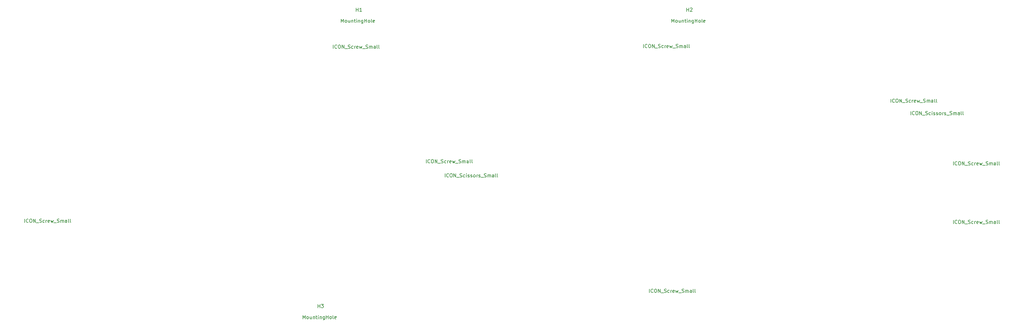
<source format=gbr>
G04 #@! TF.GenerationSoftware,KiCad,Pcbnew,(5.1.10-1-10_14)*
G04 #@! TF.CreationDate,2021-12-13T21:26:31+09:00*
G04 #@! TF.ProjectId,nora,6e6f7261-2e6b-4696-9361-645f70636258,DN:0020*
G04 #@! TF.SameCoordinates,Original*
G04 #@! TF.FileFunction,Other,Fab,Top*
%FSLAX46Y46*%
G04 Gerber Fmt 4.6, Leading zero omitted, Abs format (unit mm)*
G04 Created by KiCad (PCBNEW (5.1.10-1-10_14)) date 2021-12-13 21:26:31*
%MOMM*%
%LPD*%
G01*
G04 APERTURE LIST*
%ADD10C,0.150000*%
G04 APERTURE END LIST*
D10*
X199809433Y-37752900D02*
X199809433Y-36752900D01*
X200857052Y-37657662D02*
X200809433Y-37705281D01*
X200666576Y-37752900D01*
X200571338Y-37752900D01*
X200428481Y-37705281D01*
X200333243Y-37610043D01*
X200285624Y-37514805D01*
X200238005Y-37324329D01*
X200238005Y-37181472D01*
X200285624Y-36990996D01*
X200333243Y-36895758D01*
X200428481Y-36800520D01*
X200571338Y-36752900D01*
X200666576Y-36752900D01*
X200809433Y-36800520D01*
X200857052Y-36848139D01*
X201476100Y-36752900D02*
X201666576Y-36752900D01*
X201761814Y-36800520D01*
X201857052Y-36895758D01*
X201904672Y-37086234D01*
X201904672Y-37419567D01*
X201857052Y-37610043D01*
X201761814Y-37705281D01*
X201666576Y-37752900D01*
X201476100Y-37752900D01*
X201380862Y-37705281D01*
X201285624Y-37610043D01*
X201238005Y-37419567D01*
X201238005Y-37086234D01*
X201285624Y-36895758D01*
X201380862Y-36800520D01*
X201476100Y-36752900D01*
X202333243Y-37752900D02*
X202333243Y-36752900D01*
X202904672Y-37752900D01*
X202904672Y-36752900D01*
X203142767Y-37848139D02*
X203904672Y-37848139D01*
X204095148Y-37705281D02*
X204238005Y-37752900D01*
X204476100Y-37752900D01*
X204571338Y-37705281D01*
X204618957Y-37657662D01*
X204666576Y-37562424D01*
X204666576Y-37467186D01*
X204618957Y-37371948D01*
X204571338Y-37324329D01*
X204476100Y-37276710D01*
X204285624Y-37229091D01*
X204190386Y-37181472D01*
X204142767Y-37133853D01*
X204095148Y-37038615D01*
X204095148Y-36943377D01*
X204142767Y-36848139D01*
X204190386Y-36800520D01*
X204285624Y-36752900D01*
X204523719Y-36752900D01*
X204666576Y-36800520D01*
X205523719Y-37705281D02*
X205428481Y-37752900D01*
X205238005Y-37752900D01*
X205142767Y-37705281D01*
X205095148Y-37657662D01*
X205047529Y-37562424D01*
X205047529Y-37276710D01*
X205095148Y-37181472D01*
X205142767Y-37133853D01*
X205238005Y-37086234D01*
X205428481Y-37086234D01*
X205523719Y-37133853D01*
X205952291Y-37752900D02*
X205952291Y-37086234D01*
X205952291Y-37276710D02*
X205999910Y-37181472D01*
X206047529Y-37133853D01*
X206142767Y-37086234D01*
X206238005Y-37086234D01*
X206952291Y-37705281D02*
X206857052Y-37752900D01*
X206666576Y-37752900D01*
X206571338Y-37705281D01*
X206523719Y-37610043D01*
X206523719Y-37229091D01*
X206571338Y-37133853D01*
X206666576Y-37086234D01*
X206857052Y-37086234D01*
X206952291Y-37133853D01*
X206999910Y-37229091D01*
X206999910Y-37324329D01*
X206523719Y-37419567D01*
X207333243Y-37086234D02*
X207523719Y-37752900D01*
X207714195Y-37276710D01*
X207904672Y-37752900D01*
X208095148Y-37086234D01*
X208238005Y-37848139D02*
X208999910Y-37848139D01*
X209190386Y-37705281D02*
X209333243Y-37752900D01*
X209571338Y-37752900D01*
X209666576Y-37705281D01*
X209714195Y-37657662D01*
X209761814Y-37562424D01*
X209761814Y-37467186D01*
X209714195Y-37371948D01*
X209666576Y-37324329D01*
X209571338Y-37276710D01*
X209380862Y-37229091D01*
X209285624Y-37181472D01*
X209238005Y-37133853D01*
X209190386Y-37038615D01*
X209190386Y-36943377D01*
X209238005Y-36848139D01*
X209285624Y-36800520D01*
X209380862Y-36752900D01*
X209618957Y-36752900D01*
X209761814Y-36800520D01*
X210190386Y-37752900D02*
X210190386Y-37086234D01*
X210190386Y-37181472D02*
X210238005Y-37133853D01*
X210333243Y-37086234D01*
X210476100Y-37086234D01*
X210571338Y-37133853D01*
X210618957Y-37229091D01*
X210618957Y-37752900D01*
X210618957Y-37229091D02*
X210666576Y-37133853D01*
X210761814Y-37086234D01*
X210904672Y-37086234D01*
X210999910Y-37133853D01*
X211047529Y-37229091D01*
X211047529Y-37752900D01*
X211952291Y-37752900D02*
X211952291Y-37229091D01*
X211904672Y-37133853D01*
X211809433Y-37086234D01*
X211618957Y-37086234D01*
X211523719Y-37133853D01*
X211952291Y-37705281D02*
X211857052Y-37752900D01*
X211618957Y-37752900D01*
X211523719Y-37705281D01*
X211476100Y-37610043D01*
X211476100Y-37514805D01*
X211523719Y-37419567D01*
X211618957Y-37371948D01*
X211857052Y-37371948D01*
X211952291Y-37324329D01*
X212571338Y-37752900D02*
X212476100Y-37705281D01*
X212428481Y-37610043D01*
X212428481Y-36752900D01*
X213095148Y-37752900D02*
X212999910Y-37705281D01*
X212952291Y-37610043D01*
X212952291Y-36752900D01*
X110409433Y-37952900D02*
X110409433Y-36952900D01*
X111457052Y-37857662D02*
X111409433Y-37905281D01*
X111266576Y-37952900D01*
X111171338Y-37952900D01*
X111028481Y-37905281D01*
X110933243Y-37810043D01*
X110885624Y-37714805D01*
X110838005Y-37524329D01*
X110838005Y-37381472D01*
X110885624Y-37190996D01*
X110933243Y-37095758D01*
X111028481Y-37000520D01*
X111171338Y-36952900D01*
X111266576Y-36952900D01*
X111409433Y-37000520D01*
X111457052Y-37048139D01*
X112076100Y-36952900D02*
X112266576Y-36952900D01*
X112361814Y-37000520D01*
X112457052Y-37095758D01*
X112504672Y-37286234D01*
X112504672Y-37619567D01*
X112457052Y-37810043D01*
X112361814Y-37905281D01*
X112266576Y-37952900D01*
X112076100Y-37952900D01*
X111980862Y-37905281D01*
X111885624Y-37810043D01*
X111838005Y-37619567D01*
X111838005Y-37286234D01*
X111885624Y-37095758D01*
X111980862Y-37000520D01*
X112076100Y-36952900D01*
X112933243Y-37952900D02*
X112933243Y-36952900D01*
X113504672Y-37952900D01*
X113504672Y-36952900D01*
X113742767Y-38048139D02*
X114504672Y-38048139D01*
X114695148Y-37905281D02*
X114838005Y-37952900D01*
X115076100Y-37952900D01*
X115171338Y-37905281D01*
X115218957Y-37857662D01*
X115266576Y-37762424D01*
X115266576Y-37667186D01*
X115218957Y-37571948D01*
X115171338Y-37524329D01*
X115076100Y-37476710D01*
X114885624Y-37429091D01*
X114790386Y-37381472D01*
X114742767Y-37333853D01*
X114695148Y-37238615D01*
X114695148Y-37143377D01*
X114742767Y-37048139D01*
X114790386Y-37000520D01*
X114885624Y-36952900D01*
X115123719Y-36952900D01*
X115266576Y-37000520D01*
X116123719Y-37905281D02*
X116028481Y-37952900D01*
X115838005Y-37952900D01*
X115742767Y-37905281D01*
X115695148Y-37857662D01*
X115647529Y-37762424D01*
X115647529Y-37476710D01*
X115695148Y-37381472D01*
X115742767Y-37333853D01*
X115838005Y-37286234D01*
X116028481Y-37286234D01*
X116123719Y-37333853D01*
X116552291Y-37952900D02*
X116552291Y-37286234D01*
X116552291Y-37476710D02*
X116599910Y-37381472D01*
X116647529Y-37333853D01*
X116742767Y-37286234D01*
X116838005Y-37286234D01*
X117552291Y-37905281D02*
X117457052Y-37952900D01*
X117266576Y-37952900D01*
X117171338Y-37905281D01*
X117123719Y-37810043D01*
X117123719Y-37429091D01*
X117171338Y-37333853D01*
X117266576Y-37286234D01*
X117457052Y-37286234D01*
X117552291Y-37333853D01*
X117599910Y-37429091D01*
X117599910Y-37524329D01*
X117123719Y-37619567D01*
X117933243Y-37286234D02*
X118123719Y-37952900D01*
X118314195Y-37476710D01*
X118504672Y-37952900D01*
X118695148Y-37286234D01*
X118838005Y-38048139D02*
X119599910Y-38048139D01*
X119790386Y-37905281D02*
X119933243Y-37952900D01*
X120171338Y-37952900D01*
X120266576Y-37905281D01*
X120314195Y-37857662D01*
X120361814Y-37762424D01*
X120361814Y-37667186D01*
X120314195Y-37571948D01*
X120266576Y-37524329D01*
X120171338Y-37476710D01*
X119980862Y-37429091D01*
X119885624Y-37381472D01*
X119838005Y-37333853D01*
X119790386Y-37238615D01*
X119790386Y-37143377D01*
X119838005Y-37048139D01*
X119885624Y-37000520D01*
X119980862Y-36952900D01*
X120218957Y-36952900D01*
X120361814Y-37000520D01*
X120790386Y-37952900D02*
X120790386Y-37286234D01*
X120790386Y-37381472D02*
X120838005Y-37333853D01*
X120933243Y-37286234D01*
X121076100Y-37286234D01*
X121171338Y-37333853D01*
X121218957Y-37429091D01*
X121218957Y-37952900D01*
X121218957Y-37429091D02*
X121266576Y-37333853D01*
X121361814Y-37286234D01*
X121504672Y-37286234D01*
X121599910Y-37333853D01*
X121647529Y-37429091D01*
X121647529Y-37952900D01*
X122552291Y-37952900D02*
X122552291Y-37429091D01*
X122504672Y-37333853D01*
X122409433Y-37286234D01*
X122218957Y-37286234D01*
X122123719Y-37333853D01*
X122552291Y-37905281D02*
X122457052Y-37952900D01*
X122218957Y-37952900D01*
X122123719Y-37905281D01*
X122076100Y-37810043D01*
X122076100Y-37714805D01*
X122123719Y-37619567D01*
X122218957Y-37571948D01*
X122457052Y-37571948D01*
X122552291Y-37524329D01*
X123171338Y-37952900D02*
X123076100Y-37905281D01*
X123028481Y-37810043D01*
X123028481Y-36952900D01*
X123695148Y-37952900D02*
X123599910Y-37905281D01*
X123552291Y-37810043D01*
X123552291Y-36952900D01*
X201509433Y-108452900D02*
X201509433Y-107452900D01*
X202557052Y-108357662D02*
X202509433Y-108405281D01*
X202366576Y-108452900D01*
X202271338Y-108452900D01*
X202128481Y-108405281D01*
X202033243Y-108310043D01*
X201985624Y-108214805D01*
X201938005Y-108024329D01*
X201938005Y-107881472D01*
X201985624Y-107690996D01*
X202033243Y-107595758D01*
X202128481Y-107500520D01*
X202271338Y-107452900D01*
X202366576Y-107452900D01*
X202509433Y-107500520D01*
X202557052Y-107548139D01*
X203176100Y-107452900D02*
X203366576Y-107452900D01*
X203461814Y-107500520D01*
X203557052Y-107595758D01*
X203604672Y-107786234D01*
X203604672Y-108119567D01*
X203557052Y-108310043D01*
X203461814Y-108405281D01*
X203366576Y-108452900D01*
X203176100Y-108452900D01*
X203080862Y-108405281D01*
X202985624Y-108310043D01*
X202938005Y-108119567D01*
X202938005Y-107786234D01*
X202985624Y-107595758D01*
X203080862Y-107500520D01*
X203176100Y-107452900D01*
X204033243Y-108452900D02*
X204033243Y-107452900D01*
X204604672Y-108452900D01*
X204604672Y-107452900D01*
X204842767Y-108548139D02*
X205604672Y-108548139D01*
X205795148Y-108405281D02*
X205938005Y-108452900D01*
X206176100Y-108452900D01*
X206271338Y-108405281D01*
X206318957Y-108357662D01*
X206366576Y-108262424D01*
X206366576Y-108167186D01*
X206318957Y-108071948D01*
X206271338Y-108024329D01*
X206176100Y-107976710D01*
X205985624Y-107929091D01*
X205890386Y-107881472D01*
X205842767Y-107833853D01*
X205795148Y-107738615D01*
X205795148Y-107643377D01*
X205842767Y-107548139D01*
X205890386Y-107500520D01*
X205985624Y-107452900D01*
X206223719Y-107452900D01*
X206366576Y-107500520D01*
X207223719Y-108405281D02*
X207128481Y-108452900D01*
X206938005Y-108452900D01*
X206842767Y-108405281D01*
X206795148Y-108357662D01*
X206747529Y-108262424D01*
X206747529Y-107976710D01*
X206795148Y-107881472D01*
X206842767Y-107833853D01*
X206938005Y-107786234D01*
X207128481Y-107786234D01*
X207223719Y-107833853D01*
X207652291Y-108452900D02*
X207652291Y-107786234D01*
X207652291Y-107976710D02*
X207699910Y-107881472D01*
X207747529Y-107833853D01*
X207842767Y-107786234D01*
X207938005Y-107786234D01*
X208652291Y-108405281D02*
X208557052Y-108452900D01*
X208366576Y-108452900D01*
X208271338Y-108405281D01*
X208223719Y-108310043D01*
X208223719Y-107929091D01*
X208271338Y-107833853D01*
X208366576Y-107786234D01*
X208557052Y-107786234D01*
X208652291Y-107833853D01*
X208699910Y-107929091D01*
X208699910Y-108024329D01*
X208223719Y-108119567D01*
X209033243Y-107786234D02*
X209223719Y-108452900D01*
X209414195Y-107976710D01*
X209604672Y-108452900D01*
X209795148Y-107786234D01*
X209938005Y-108548139D02*
X210699910Y-108548139D01*
X210890386Y-108405281D02*
X211033243Y-108452900D01*
X211271338Y-108452900D01*
X211366576Y-108405281D01*
X211414195Y-108357662D01*
X211461814Y-108262424D01*
X211461814Y-108167186D01*
X211414195Y-108071948D01*
X211366576Y-108024329D01*
X211271338Y-107976710D01*
X211080862Y-107929091D01*
X210985624Y-107881472D01*
X210938005Y-107833853D01*
X210890386Y-107738615D01*
X210890386Y-107643377D01*
X210938005Y-107548139D01*
X210985624Y-107500520D01*
X211080862Y-107452900D01*
X211318957Y-107452900D01*
X211461814Y-107500520D01*
X211890386Y-108452900D02*
X211890386Y-107786234D01*
X211890386Y-107881472D02*
X211938005Y-107833853D01*
X212033243Y-107786234D01*
X212176100Y-107786234D01*
X212271338Y-107833853D01*
X212318957Y-107929091D01*
X212318957Y-108452900D01*
X212318957Y-107929091D02*
X212366576Y-107833853D01*
X212461814Y-107786234D01*
X212604672Y-107786234D01*
X212699910Y-107833853D01*
X212747529Y-107929091D01*
X212747529Y-108452900D01*
X213652291Y-108452900D02*
X213652291Y-107929091D01*
X213604672Y-107833853D01*
X213509433Y-107786234D01*
X213318957Y-107786234D01*
X213223719Y-107833853D01*
X213652291Y-108405281D02*
X213557052Y-108452900D01*
X213318957Y-108452900D01*
X213223719Y-108405281D01*
X213176100Y-108310043D01*
X213176100Y-108214805D01*
X213223719Y-108119567D01*
X213318957Y-108071948D01*
X213557052Y-108071948D01*
X213652291Y-108024329D01*
X214271338Y-108452900D02*
X214176100Y-108405281D01*
X214128481Y-108310043D01*
X214128481Y-107452900D01*
X214795148Y-108452900D02*
X214699910Y-108405281D01*
X214652291Y-108310043D01*
X214652291Y-107452900D01*
X289109433Y-88552900D02*
X289109433Y-87552900D01*
X290157052Y-88457662D02*
X290109433Y-88505281D01*
X289966576Y-88552900D01*
X289871338Y-88552900D01*
X289728481Y-88505281D01*
X289633243Y-88410043D01*
X289585624Y-88314805D01*
X289538005Y-88124329D01*
X289538005Y-87981472D01*
X289585624Y-87790996D01*
X289633243Y-87695758D01*
X289728481Y-87600520D01*
X289871338Y-87552900D01*
X289966576Y-87552900D01*
X290109433Y-87600520D01*
X290157052Y-87648139D01*
X290776100Y-87552900D02*
X290966576Y-87552900D01*
X291061814Y-87600520D01*
X291157052Y-87695758D01*
X291204672Y-87886234D01*
X291204672Y-88219567D01*
X291157052Y-88410043D01*
X291061814Y-88505281D01*
X290966576Y-88552900D01*
X290776100Y-88552900D01*
X290680862Y-88505281D01*
X290585624Y-88410043D01*
X290538005Y-88219567D01*
X290538005Y-87886234D01*
X290585624Y-87695758D01*
X290680862Y-87600520D01*
X290776100Y-87552900D01*
X291633243Y-88552900D02*
X291633243Y-87552900D01*
X292204672Y-88552900D01*
X292204672Y-87552900D01*
X292442767Y-88648139D02*
X293204672Y-88648139D01*
X293395148Y-88505281D02*
X293538005Y-88552900D01*
X293776100Y-88552900D01*
X293871338Y-88505281D01*
X293918957Y-88457662D01*
X293966576Y-88362424D01*
X293966576Y-88267186D01*
X293918957Y-88171948D01*
X293871338Y-88124329D01*
X293776100Y-88076710D01*
X293585624Y-88029091D01*
X293490386Y-87981472D01*
X293442767Y-87933853D01*
X293395148Y-87838615D01*
X293395148Y-87743377D01*
X293442767Y-87648139D01*
X293490386Y-87600520D01*
X293585624Y-87552900D01*
X293823719Y-87552900D01*
X293966576Y-87600520D01*
X294823719Y-88505281D02*
X294728481Y-88552900D01*
X294538005Y-88552900D01*
X294442767Y-88505281D01*
X294395148Y-88457662D01*
X294347529Y-88362424D01*
X294347529Y-88076710D01*
X294395148Y-87981472D01*
X294442767Y-87933853D01*
X294538005Y-87886234D01*
X294728481Y-87886234D01*
X294823719Y-87933853D01*
X295252291Y-88552900D02*
X295252291Y-87886234D01*
X295252291Y-88076710D02*
X295299910Y-87981472D01*
X295347529Y-87933853D01*
X295442767Y-87886234D01*
X295538005Y-87886234D01*
X296252291Y-88505281D02*
X296157052Y-88552900D01*
X295966576Y-88552900D01*
X295871338Y-88505281D01*
X295823719Y-88410043D01*
X295823719Y-88029091D01*
X295871338Y-87933853D01*
X295966576Y-87886234D01*
X296157052Y-87886234D01*
X296252291Y-87933853D01*
X296299910Y-88029091D01*
X296299910Y-88124329D01*
X295823719Y-88219567D01*
X296633243Y-87886234D02*
X296823719Y-88552900D01*
X297014195Y-88076710D01*
X297204672Y-88552900D01*
X297395148Y-87886234D01*
X297538005Y-88648139D02*
X298299910Y-88648139D01*
X298490386Y-88505281D02*
X298633243Y-88552900D01*
X298871338Y-88552900D01*
X298966576Y-88505281D01*
X299014195Y-88457662D01*
X299061814Y-88362424D01*
X299061814Y-88267186D01*
X299014195Y-88171948D01*
X298966576Y-88124329D01*
X298871338Y-88076710D01*
X298680862Y-88029091D01*
X298585624Y-87981472D01*
X298538005Y-87933853D01*
X298490386Y-87838615D01*
X298490386Y-87743377D01*
X298538005Y-87648139D01*
X298585624Y-87600520D01*
X298680862Y-87552900D01*
X298918957Y-87552900D01*
X299061814Y-87600520D01*
X299490386Y-88552900D02*
X299490386Y-87886234D01*
X299490386Y-87981472D02*
X299538005Y-87933853D01*
X299633243Y-87886234D01*
X299776100Y-87886234D01*
X299871338Y-87933853D01*
X299918957Y-88029091D01*
X299918957Y-88552900D01*
X299918957Y-88029091D02*
X299966576Y-87933853D01*
X300061814Y-87886234D01*
X300204672Y-87886234D01*
X300299910Y-87933853D01*
X300347529Y-88029091D01*
X300347529Y-88552900D01*
X301252291Y-88552900D02*
X301252291Y-88029091D01*
X301204672Y-87933853D01*
X301109433Y-87886234D01*
X300918957Y-87886234D01*
X300823719Y-87933853D01*
X301252291Y-88505281D02*
X301157052Y-88552900D01*
X300918957Y-88552900D01*
X300823719Y-88505281D01*
X300776100Y-88410043D01*
X300776100Y-88314805D01*
X300823719Y-88219567D01*
X300918957Y-88171948D01*
X301157052Y-88171948D01*
X301252291Y-88124329D01*
X301871338Y-88552900D02*
X301776100Y-88505281D01*
X301728481Y-88410043D01*
X301728481Y-87552900D01*
X302395148Y-88552900D02*
X302299910Y-88505281D01*
X302252291Y-88410043D01*
X302252291Y-87552900D01*
X289109433Y-71652900D02*
X289109433Y-70652900D01*
X290157052Y-71557662D02*
X290109433Y-71605281D01*
X289966576Y-71652900D01*
X289871338Y-71652900D01*
X289728481Y-71605281D01*
X289633243Y-71510043D01*
X289585624Y-71414805D01*
X289538005Y-71224329D01*
X289538005Y-71081472D01*
X289585624Y-70890996D01*
X289633243Y-70795758D01*
X289728481Y-70700520D01*
X289871338Y-70652900D01*
X289966576Y-70652900D01*
X290109433Y-70700520D01*
X290157052Y-70748139D01*
X290776100Y-70652900D02*
X290966576Y-70652900D01*
X291061814Y-70700520D01*
X291157052Y-70795758D01*
X291204672Y-70986234D01*
X291204672Y-71319567D01*
X291157052Y-71510043D01*
X291061814Y-71605281D01*
X290966576Y-71652900D01*
X290776100Y-71652900D01*
X290680862Y-71605281D01*
X290585624Y-71510043D01*
X290538005Y-71319567D01*
X290538005Y-70986234D01*
X290585624Y-70795758D01*
X290680862Y-70700520D01*
X290776100Y-70652900D01*
X291633243Y-71652900D02*
X291633243Y-70652900D01*
X292204672Y-71652900D01*
X292204672Y-70652900D01*
X292442767Y-71748139D02*
X293204672Y-71748139D01*
X293395148Y-71605281D02*
X293538005Y-71652900D01*
X293776100Y-71652900D01*
X293871338Y-71605281D01*
X293918957Y-71557662D01*
X293966576Y-71462424D01*
X293966576Y-71367186D01*
X293918957Y-71271948D01*
X293871338Y-71224329D01*
X293776100Y-71176710D01*
X293585624Y-71129091D01*
X293490386Y-71081472D01*
X293442767Y-71033853D01*
X293395148Y-70938615D01*
X293395148Y-70843377D01*
X293442767Y-70748139D01*
X293490386Y-70700520D01*
X293585624Y-70652900D01*
X293823719Y-70652900D01*
X293966576Y-70700520D01*
X294823719Y-71605281D02*
X294728481Y-71652900D01*
X294538005Y-71652900D01*
X294442767Y-71605281D01*
X294395148Y-71557662D01*
X294347529Y-71462424D01*
X294347529Y-71176710D01*
X294395148Y-71081472D01*
X294442767Y-71033853D01*
X294538005Y-70986234D01*
X294728481Y-70986234D01*
X294823719Y-71033853D01*
X295252291Y-71652900D02*
X295252291Y-70986234D01*
X295252291Y-71176710D02*
X295299910Y-71081472D01*
X295347529Y-71033853D01*
X295442767Y-70986234D01*
X295538005Y-70986234D01*
X296252291Y-71605281D02*
X296157052Y-71652900D01*
X295966576Y-71652900D01*
X295871338Y-71605281D01*
X295823719Y-71510043D01*
X295823719Y-71129091D01*
X295871338Y-71033853D01*
X295966576Y-70986234D01*
X296157052Y-70986234D01*
X296252291Y-71033853D01*
X296299910Y-71129091D01*
X296299910Y-71224329D01*
X295823719Y-71319567D01*
X296633243Y-70986234D02*
X296823719Y-71652900D01*
X297014195Y-71176710D01*
X297204672Y-71652900D01*
X297395148Y-70986234D01*
X297538005Y-71748139D02*
X298299910Y-71748139D01*
X298490386Y-71605281D02*
X298633243Y-71652900D01*
X298871338Y-71652900D01*
X298966576Y-71605281D01*
X299014195Y-71557662D01*
X299061814Y-71462424D01*
X299061814Y-71367186D01*
X299014195Y-71271948D01*
X298966576Y-71224329D01*
X298871338Y-71176710D01*
X298680862Y-71129091D01*
X298585624Y-71081472D01*
X298538005Y-71033853D01*
X298490386Y-70938615D01*
X298490386Y-70843377D01*
X298538005Y-70748139D01*
X298585624Y-70700520D01*
X298680862Y-70652900D01*
X298918957Y-70652900D01*
X299061814Y-70700520D01*
X299490386Y-71652900D02*
X299490386Y-70986234D01*
X299490386Y-71081472D02*
X299538005Y-71033853D01*
X299633243Y-70986234D01*
X299776100Y-70986234D01*
X299871338Y-71033853D01*
X299918957Y-71129091D01*
X299918957Y-71652900D01*
X299918957Y-71129091D02*
X299966576Y-71033853D01*
X300061814Y-70986234D01*
X300204672Y-70986234D01*
X300299910Y-71033853D01*
X300347529Y-71129091D01*
X300347529Y-71652900D01*
X301252291Y-71652900D02*
X301252291Y-71129091D01*
X301204672Y-71033853D01*
X301109433Y-70986234D01*
X300918957Y-70986234D01*
X300823719Y-71033853D01*
X301252291Y-71605281D02*
X301157052Y-71652900D01*
X300918957Y-71652900D01*
X300823719Y-71605281D01*
X300776100Y-71510043D01*
X300776100Y-71414805D01*
X300823719Y-71319567D01*
X300918957Y-71271948D01*
X301157052Y-71271948D01*
X301252291Y-71224329D01*
X301871338Y-71652900D02*
X301776100Y-71605281D01*
X301728481Y-71510043D01*
X301728481Y-70652900D01*
X302395148Y-71652900D02*
X302299910Y-71605281D01*
X302252291Y-71510043D01*
X302252291Y-70652900D01*
X271084433Y-53552900D02*
X271084433Y-52552900D01*
X272132052Y-53457662D02*
X272084433Y-53505281D01*
X271941576Y-53552900D01*
X271846338Y-53552900D01*
X271703481Y-53505281D01*
X271608243Y-53410043D01*
X271560624Y-53314805D01*
X271513005Y-53124329D01*
X271513005Y-52981472D01*
X271560624Y-52790996D01*
X271608243Y-52695758D01*
X271703481Y-52600520D01*
X271846338Y-52552900D01*
X271941576Y-52552900D01*
X272084433Y-52600520D01*
X272132052Y-52648139D01*
X272751100Y-52552900D02*
X272941576Y-52552900D01*
X273036814Y-52600520D01*
X273132052Y-52695758D01*
X273179672Y-52886234D01*
X273179672Y-53219567D01*
X273132052Y-53410043D01*
X273036814Y-53505281D01*
X272941576Y-53552900D01*
X272751100Y-53552900D01*
X272655862Y-53505281D01*
X272560624Y-53410043D01*
X272513005Y-53219567D01*
X272513005Y-52886234D01*
X272560624Y-52695758D01*
X272655862Y-52600520D01*
X272751100Y-52552900D01*
X273608243Y-53552900D02*
X273608243Y-52552900D01*
X274179672Y-53552900D01*
X274179672Y-52552900D01*
X274417767Y-53648139D02*
X275179672Y-53648139D01*
X275370148Y-53505281D02*
X275513005Y-53552900D01*
X275751100Y-53552900D01*
X275846338Y-53505281D01*
X275893957Y-53457662D01*
X275941576Y-53362424D01*
X275941576Y-53267186D01*
X275893957Y-53171948D01*
X275846338Y-53124329D01*
X275751100Y-53076710D01*
X275560624Y-53029091D01*
X275465386Y-52981472D01*
X275417767Y-52933853D01*
X275370148Y-52838615D01*
X275370148Y-52743377D01*
X275417767Y-52648139D01*
X275465386Y-52600520D01*
X275560624Y-52552900D01*
X275798719Y-52552900D01*
X275941576Y-52600520D01*
X276798719Y-53505281D02*
X276703481Y-53552900D01*
X276513005Y-53552900D01*
X276417767Y-53505281D01*
X276370148Y-53457662D01*
X276322529Y-53362424D01*
X276322529Y-53076710D01*
X276370148Y-52981472D01*
X276417767Y-52933853D01*
X276513005Y-52886234D01*
X276703481Y-52886234D01*
X276798719Y-52933853D01*
X277227291Y-53552900D02*
X277227291Y-52886234D01*
X277227291Y-53076710D02*
X277274910Y-52981472D01*
X277322529Y-52933853D01*
X277417767Y-52886234D01*
X277513005Y-52886234D01*
X278227291Y-53505281D02*
X278132052Y-53552900D01*
X277941576Y-53552900D01*
X277846338Y-53505281D01*
X277798719Y-53410043D01*
X277798719Y-53029091D01*
X277846338Y-52933853D01*
X277941576Y-52886234D01*
X278132052Y-52886234D01*
X278227291Y-52933853D01*
X278274910Y-53029091D01*
X278274910Y-53124329D01*
X277798719Y-53219567D01*
X278608243Y-52886234D02*
X278798719Y-53552900D01*
X278989195Y-53076710D01*
X279179672Y-53552900D01*
X279370148Y-52886234D01*
X279513005Y-53648139D02*
X280274910Y-53648139D01*
X280465386Y-53505281D02*
X280608243Y-53552900D01*
X280846338Y-53552900D01*
X280941576Y-53505281D01*
X280989195Y-53457662D01*
X281036814Y-53362424D01*
X281036814Y-53267186D01*
X280989195Y-53171948D01*
X280941576Y-53124329D01*
X280846338Y-53076710D01*
X280655862Y-53029091D01*
X280560624Y-52981472D01*
X280513005Y-52933853D01*
X280465386Y-52838615D01*
X280465386Y-52743377D01*
X280513005Y-52648139D01*
X280560624Y-52600520D01*
X280655862Y-52552900D01*
X280893957Y-52552900D01*
X281036814Y-52600520D01*
X281465386Y-53552900D02*
X281465386Y-52886234D01*
X281465386Y-52981472D02*
X281513005Y-52933853D01*
X281608243Y-52886234D01*
X281751100Y-52886234D01*
X281846338Y-52933853D01*
X281893957Y-53029091D01*
X281893957Y-53552900D01*
X281893957Y-53029091D02*
X281941576Y-52933853D01*
X282036814Y-52886234D01*
X282179672Y-52886234D01*
X282274910Y-52933853D01*
X282322529Y-53029091D01*
X282322529Y-53552900D01*
X283227291Y-53552900D02*
X283227291Y-53029091D01*
X283179672Y-52933853D01*
X283084433Y-52886234D01*
X282893957Y-52886234D01*
X282798719Y-52933853D01*
X283227291Y-53505281D02*
X283132052Y-53552900D01*
X282893957Y-53552900D01*
X282798719Y-53505281D01*
X282751100Y-53410043D01*
X282751100Y-53314805D01*
X282798719Y-53219567D01*
X282893957Y-53171948D01*
X283132052Y-53171948D01*
X283227291Y-53124329D01*
X283846338Y-53552900D02*
X283751100Y-53505281D01*
X283703481Y-53410043D01*
X283703481Y-52552900D01*
X284370148Y-53552900D02*
X284274910Y-53505281D01*
X284227291Y-53410043D01*
X284227291Y-52552900D01*
X137209433Y-71052900D02*
X137209433Y-70052900D01*
X138257052Y-70957662D02*
X138209433Y-71005281D01*
X138066576Y-71052900D01*
X137971338Y-71052900D01*
X137828481Y-71005281D01*
X137733243Y-70910043D01*
X137685624Y-70814805D01*
X137638005Y-70624329D01*
X137638005Y-70481472D01*
X137685624Y-70290996D01*
X137733243Y-70195758D01*
X137828481Y-70100520D01*
X137971338Y-70052900D01*
X138066576Y-70052900D01*
X138209433Y-70100520D01*
X138257052Y-70148139D01*
X138876100Y-70052900D02*
X139066576Y-70052900D01*
X139161814Y-70100520D01*
X139257052Y-70195758D01*
X139304672Y-70386234D01*
X139304672Y-70719567D01*
X139257052Y-70910043D01*
X139161814Y-71005281D01*
X139066576Y-71052900D01*
X138876100Y-71052900D01*
X138780862Y-71005281D01*
X138685624Y-70910043D01*
X138638005Y-70719567D01*
X138638005Y-70386234D01*
X138685624Y-70195758D01*
X138780862Y-70100520D01*
X138876100Y-70052900D01*
X139733243Y-71052900D02*
X139733243Y-70052900D01*
X140304672Y-71052900D01*
X140304672Y-70052900D01*
X140542767Y-71148139D02*
X141304672Y-71148139D01*
X141495148Y-71005281D02*
X141638005Y-71052900D01*
X141876100Y-71052900D01*
X141971338Y-71005281D01*
X142018957Y-70957662D01*
X142066576Y-70862424D01*
X142066576Y-70767186D01*
X142018957Y-70671948D01*
X141971338Y-70624329D01*
X141876100Y-70576710D01*
X141685624Y-70529091D01*
X141590386Y-70481472D01*
X141542767Y-70433853D01*
X141495148Y-70338615D01*
X141495148Y-70243377D01*
X141542767Y-70148139D01*
X141590386Y-70100520D01*
X141685624Y-70052900D01*
X141923719Y-70052900D01*
X142066576Y-70100520D01*
X142923719Y-71005281D02*
X142828481Y-71052900D01*
X142638005Y-71052900D01*
X142542767Y-71005281D01*
X142495148Y-70957662D01*
X142447529Y-70862424D01*
X142447529Y-70576710D01*
X142495148Y-70481472D01*
X142542767Y-70433853D01*
X142638005Y-70386234D01*
X142828481Y-70386234D01*
X142923719Y-70433853D01*
X143352291Y-71052900D02*
X143352291Y-70386234D01*
X143352291Y-70576710D02*
X143399910Y-70481472D01*
X143447529Y-70433853D01*
X143542767Y-70386234D01*
X143638005Y-70386234D01*
X144352291Y-71005281D02*
X144257052Y-71052900D01*
X144066576Y-71052900D01*
X143971338Y-71005281D01*
X143923719Y-70910043D01*
X143923719Y-70529091D01*
X143971338Y-70433853D01*
X144066576Y-70386234D01*
X144257052Y-70386234D01*
X144352291Y-70433853D01*
X144399910Y-70529091D01*
X144399910Y-70624329D01*
X143923719Y-70719567D01*
X144733243Y-70386234D02*
X144923719Y-71052900D01*
X145114195Y-70576710D01*
X145304672Y-71052900D01*
X145495148Y-70386234D01*
X145638005Y-71148139D02*
X146399910Y-71148139D01*
X146590386Y-71005281D02*
X146733243Y-71052900D01*
X146971338Y-71052900D01*
X147066576Y-71005281D01*
X147114195Y-70957662D01*
X147161814Y-70862424D01*
X147161814Y-70767186D01*
X147114195Y-70671948D01*
X147066576Y-70624329D01*
X146971338Y-70576710D01*
X146780862Y-70529091D01*
X146685624Y-70481472D01*
X146638005Y-70433853D01*
X146590386Y-70338615D01*
X146590386Y-70243377D01*
X146638005Y-70148139D01*
X146685624Y-70100520D01*
X146780862Y-70052900D01*
X147018957Y-70052900D01*
X147161814Y-70100520D01*
X147590386Y-71052900D02*
X147590386Y-70386234D01*
X147590386Y-70481472D02*
X147638005Y-70433853D01*
X147733243Y-70386234D01*
X147876100Y-70386234D01*
X147971338Y-70433853D01*
X148018957Y-70529091D01*
X148018957Y-71052900D01*
X148018957Y-70529091D02*
X148066576Y-70433853D01*
X148161814Y-70386234D01*
X148304672Y-70386234D01*
X148399910Y-70433853D01*
X148447529Y-70529091D01*
X148447529Y-71052900D01*
X149352291Y-71052900D02*
X149352291Y-70529091D01*
X149304672Y-70433853D01*
X149209433Y-70386234D01*
X149018957Y-70386234D01*
X148923719Y-70433853D01*
X149352291Y-71005281D02*
X149257052Y-71052900D01*
X149018957Y-71052900D01*
X148923719Y-71005281D01*
X148876100Y-70910043D01*
X148876100Y-70814805D01*
X148923719Y-70719567D01*
X149018957Y-70671948D01*
X149257052Y-70671948D01*
X149352291Y-70624329D01*
X149971338Y-71052900D02*
X149876100Y-71005281D01*
X149828481Y-70910043D01*
X149828481Y-70052900D01*
X150495148Y-71052900D02*
X150399910Y-71005281D01*
X150352291Y-70910043D01*
X150352291Y-70052900D01*
X21484433Y-88227900D02*
X21484433Y-87227900D01*
X22532052Y-88132662D02*
X22484433Y-88180281D01*
X22341576Y-88227900D01*
X22246338Y-88227900D01*
X22103481Y-88180281D01*
X22008243Y-88085043D01*
X21960624Y-87989805D01*
X21913005Y-87799329D01*
X21913005Y-87656472D01*
X21960624Y-87465996D01*
X22008243Y-87370758D01*
X22103481Y-87275520D01*
X22246338Y-87227900D01*
X22341576Y-87227900D01*
X22484433Y-87275520D01*
X22532052Y-87323139D01*
X23151100Y-87227900D02*
X23341576Y-87227900D01*
X23436814Y-87275520D01*
X23532052Y-87370758D01*
X23579672Y-87561234D01*
X23579672Y-87894567D01*
X23532052Y-88085043D01*
X23436814Y-88180281D01*
X23341576Y-88227900D01*
X23151100Y-88227900D01*
X23055862Y-88180281D01*
X22960624Y-88085043D01*
X22913005Y-87894567D01*
X22913005Y-87561234D01*
X22960624Y-87370758D01*
X23055862Y-87275520D01*
X23151100Y-87227900D01*
X24008243Y-88227900D02*
X24008243Y-87227900D01*
X24579672Y-88227900D01*
X24579672Y-87227900D01*
X24817767Y-88323139D02*
X25579672Y-88323139D01*
X25770148Y-88180281D02*
X25913005Y-88227900D01*
X26151100Y-88227900D01*
X26246338Y-88180281D01*
X26293957Y-88132662D01*
X26341576Y-88037424D01*
X26341576Y-87942186D01*
X26293957Y-87846948D01*
X26246338Y-87799329D01*
X26151100Y-87751710D01*
X25960624Y-87704091D01*
X25865386Y-87656472D01*
X25817767Y-87608853D01*
X25770148Y-87513615D01*
X25770148Y-87418377D01*
X25817767Y-87323139D01*
X25865386Y-87275520D01*
X25960624Y-87227900D01*
X26198719Y-87227900D01*
X26341576Y-87275520D01*
X27198719Y-88180281D02*
X27103481Y-88227900D01*
X26913005Y-88227900D01*
X26817767Y-88180281D01*
X26770148Y-88132662D01*
X26722529Y-88037424D01*
X26722529Y-87751710D01*
X26770148Y-87656472D01*
X26817767Y-87608853D01*
X26913005Y-87561234D01*
X27103481Y-87561234D01*
X27198719Y-87608853D01*
X27627291Y-88227900D02*
X27627291Y-87561234D01*
X27627291Y-87751710D02*
X27674910Y-87656472D01*
X27722529Y-87608853D01*
X27817767Y-87561234D01*
X27913005Y-87561234D01*
X28627291Y-88180281D02*
X28532052Y-88227900D01*
X28341576Y-88227900D01*
X28246338Y-88180281D01*
X28198719Y-88085043D01*
X28198719Y-87704091D01*
X28246338Y-87608853D01*
X28341576Y-87561234D01*
X28532052Y-87561234D01*
X28627291Y-87608853D01*
X28674910Y-87704091D01*
X28674910Y-87799329D01*
X28198719Y-87894567D01*
X29008243Y-87561234D02*
X29198719Y-88227900D01*
X29389195Y-87751710D01*
X29579672Y-88227900D01*
X29770148Y-87561234D01*
X29913005Y-88323139D02*
X30674910Y-88323139D01*
X30865386Y-88180281D02*
X31008243Y-88227900D01*
X31246338Y-88227900D01*
X31341576Y-88180281D01*
X31389195Y-88132662D01*
X31436814Y-88037424D01*
X31436814Y-87942186D01*
X31389195Y-87846948D01*
X31341576Y-87799329D01*
X31246338Y-87751710D01*
X31055862Y-87704091D01*
X30960624Y-87656472D01*
X30913005Y-87608853D01*
X30865386Y-87513615D01*
X30865386Y-87418377D01*
X30913005Y-87323139D01*
X30960624Y-87275520D01*
X31055862Y-87227900D01*
X31293957Y-87227900D01*
X31436814Y-87275520D01*
X31865386Y-88227900D02*
X31865386Y-87561234D01*
X31865386Y-87656472D02*
X31913005Y-87608853D01*
X32008243Y-87561234D01*
X32151100Y-87561234D01*
X32246338Y-87608853D01*
X32293957Y-87704091D01*
X32293957Y-88227900D01*
X32293957Y-87704091D02*
X32341576Y-87608853D01*
X32436814Y-87561234D01*
X32579672Y-87561234D01*
X32674910Y-87608853D01*
X32722529Y-87704091D01*
X32722529Y-88227900D01*
X33627291Y-88227900D02*
X33627291Y-87704091D01*
X33579672Y-87608853D01*
X33484433Y-87561234D01*
X33293957Y-87561234D01*
X33198719Y-87608853D01*
X33627291Y-88180281D02*
X33532052Y-88227900D01*
X33293957Y-88227900D01*
X33198719Y-88180281D01*
X33151100Y-88085043D01*
X33151100Y-87989805D01*
X33198719Y-87894567D01*
X33293957Y-87846948D01*
X33532052Y-87846948D01*
X33627291Y-87799329D01*
X34246338Y-88227900D02*
X34151100Y-88180281D01*
X34103481Y-88085043D01*
X34103481Y-87227900D01*
X34770148Y-88227900D02*
X34674910Y-88180281D01*
X34627291Y-88085043D01*
X34627291Y-87227900D01*
X276817380Y-57127900D02*
X276817380Y-56127900D01*
X277865000Y-57032662D02*
X277817380Y-57080281D01*
X277674523Y-57127900D01*
X277579285Y-57127900D01*
X277436428Y-57080281D01*
X277341190Y-56985043D01*
X277293571Y-56889805D01*
X277245952Y-56699329D01*
X277245952Y-56556472D01*
X277293571Y-56365996D01*
X277341190Y-56270758D01*
X277436428Y-56175520D01*
X277579285Y-56127900D01*
X277674523Y-56127900D01*
X277817380Y-56175520D01*
X277865000Y-56223139D01*
X278484047Y-56127900D02*
X278674523Y-56127900D01*
X278769761Y-56175520D01*
X278865000Y-56270758D01*
X278912619Y-56461234D01*
X278912619Y-56794567D01*
X278865000Y-56985043D01*
X278769761Y-57080281D01*
X278674523Y-57127900D01*
X278484047Y-57127900D01*
X278388809Y-57080281D01*
X278293571Y-56985043D01*
X278245952Y-56794567D01*
X278245952Y-56461234D01*
X278293571Y-56270758D01*
X278388809Y-56175520D01*
X278484047Y-56127900D01*
X279341190Y-57127900D02*
X279341190Y-56127900D01*
X279912619Y-57127900D01*
X279912619Y-56127900D01*
X280150714Y-57223139D02*
X280912619Y-57223139D01*
X281103095Y-57080281D02*
X281245952Y-57127900D01*
X281484047Y-57127900D01*
X281579285Y-57080281D01*
X281626904Y-57032662D01*
X281674523Y-56937424D01*
X281674523Y-56842186D01*
X281626904Y-56746948D01*
X281579285Y-56699329D01*
X281484047Y-56651710D01*
X281293571Y-56604091D01*
X281198333Y-56556472D01*
X281150714Y-56508853D01*
X281103095Y-56413615D01*
X281103095Y-56318377D01*
X281150714Y-56223139D01*
X281198333Y-56175520D01*
X281293571Y-56127900D01*
X281531666Y-56127900D01*
X281674523Y-56175520D01*
X282531666Y-57080281D02*
X282436428Y-57127900D01*
X282245952Y-57127900D01*
X282150714Y-57080281D01*
X282103095Y-57032662D01*
X282055476Y-56937424D01*
X282055476Y-56651710D01*
X282103095Y-56556472D01*
X282150714Y-56508853D01*
X282245952Y-56461234D01*
X282436428Y-56461234D01*
X282531666Y-56508853D01*
X282960238Y-57127900D02*
X282960238Y-56461234D01*
X282960238Y-56127900D02*
X282912619Y-56175520D01*
X282960238Y-56223139D01*
X283007857Y-56175520D01*
X282960238Y-56127900D01*
X282960238Y-56223139D01*
X283388809Y-57080281D02*
X283484047Y-57127900D01*
X283674523Y-57127900D01*
X283769761Y-57080281D01*
X283817380Y-56985043D01*
X283817380Y-56937424D01*
X283769761Y-56842186D01*
X283674523Y-56794567D01*
X283531666Y-56794567D01*
X283436428Y-56746948D01*
X283388809Y-56651710D01*
X283388809Y-56604091D01*
X283436428Y-56508853D01*
X283531666Y-56461234D01*
X283674523Y-56461234D01*
X283769761Y-56508853D01*
X284198333Y-57080281D02*
X284293571Y-57127900D01*
X284484047Y-57127900D01*
X284579285Y-57080281D01*
X284626904Y-56985043D01*
X284626904Y-56937424D01*
X284579285Y-56842186D01*
X284484047Y-56794567D01*
X284341190Y-56794567D01*
X284245952Y-56746948D01*
X284198333Y-56651710D01*
X284198333Y-56604091D01*
X284245952Y-56508853D01*
X284341190Y-56461234D01*
X284484047Y-56461234D01*
X284579285Y-56508853D01*
X285198333Y-57127900D02*
X285103095Y-57080281D01*
X285055476Y-57032662D01*
X285007857Y-56937424D01*
X285007857Y-56651710D01*
X285055476Y-56556472D01*
X285103095Y-56508853D01*
X285198333Y-56461234D01*
X285341190Y-56461234D01*
X285436428Y-56508853D01*
X285484047Y-56556472D01*
X285531666Y-56651710D01*
X285531666Y-56937424D01*
X285484047Y-57032662D01*
X285436428Y-57080281D01*
X285341190Y-57127900D01*
X285198333Y-57127900D01*
X285960238Y-57127900D02*
X285960238Y-56461234D01*
X285960238Y-56651710D02*
X286007857Y-56556472D01*
X286055476Y-56508853D01*
X286150714Y-56461234D01*
X286245952Y-56461234D01*
X286531666Y-57080281D02*
X286626904Y-57127900D01*
X286817380Y-57127900D01*
X286912619Y-57080281D01*
X286960238Y-56985043D01*
X286960238Y-56937424D01*
X286912619Y-56842186D01*
X286817380Y-56794567D01*
X286674523Y-56794567D01*
X286579285Y-56746948D01*
X286531666Y-56651710D01*
X286531666Y-56604091D01*
X286579285Y-56508853D01*
X286674523Y-56461234D01*
X286817380Y-56461234D01*
X286912619Y-56508853D01*
X287150714Y-57223139D02*
X287912619Y-57223139D01*
X288103095Y-57080281D02*
X288245952Y-57127900D01*
X288484047Y-57127900D01*
X288579285Y-57080281D01*
X288626904Y-57032662D01*
X288674523Y-56937424D01*
X288674523Y-56842186D01*
X288626904Y-56746948D01*
X288579285Y-56699329D01*
X288484047Y-56651710D01*
X288293571Y-56604091D01*
X288198333Y-56556472D01*
X288150714Y-56508853D01*
X288103095Y-56413615D01*
X288103095Y-56318377D01*
X288150714Y-56223139D01*
X288198333Y-56175520D01*
X288293571Y-56127900D01*
X288531666Y-56127900D01*
X288674523Y-56175520D01*
X289103095Y-57127900D02*
X289103095Y-56461234D01*
X289103095Y-56556472D02*
X289150714Y-56508853D01*
X289245952Y-56461234D01*
X289388809Y-56461234D01*
X289484047Y-56508853D01*
X289531666Y-56604091D01*
X289531666Y-57127900D01*
X289531666Y-56604091D02*
X289579285Y-56508853D01*
X289674523Y-56461234D01*
X289817380Y-56461234D01*
X289912619Y-56508853D01*
X289960238Y-56604091D01*
X289960238Y-57127900D01*
X290865000Y-57127900D02*
X290865000Y-56604091D01*
X290817380Y-56508853D01*
X290722142Y-56461234D01*
X290531666Y-56461234D01*
X290436428Y-56508853D01*
X290865000Y-57080281D02*
X290769761Y-57127900D01*
X290531666Y-57127900D01*
X290436428Y-57080281D01*
X290388809Y-56985043D01*
X290388809Y-56889805D01*
X290436428Y-56794567D01*
X290531666Y-56746948D01*
X290769761Y-56746948D01*
X290865000Y-56699329D01*
X291484047Y-57127900D02*
X291388809Y-57080281D01*
X291341190Y-56985043D01*
X291341190Y-56127900D01*
X292007857Y-57127900D02*
X291912619Y-57080281D01*
X291865000Y-56985043D01*
X291865000Y-56127900D01*
X142617380Y-75127900D02*
X142617380Y-74127900D01*
X143665000Y-75032662D02*
X143617380Y-75080281D01*
X143474523Y-75127900D01*
X143379285Y-75127900D01*
X143236428Y-75080281D01*
X143141190Y-74985043D01*
X143093571Y-74889805D01*
X143045952Y-74699329D01*
X143045952Y-74556472D01*
X143093571Y-74365996D01*
X143141190Y-74270758D01*
X143236428Y-74175520D01*
X143379285Y-74127900D01*
X143474523Y-74127900D01*
X143617380Y-74175520D01*
X143665000Y-74223139D01*
X144284047Y-74127900D02*
X144474523Y-74127900D01*
X144569761Y-74175520D01*
X144665000Y-74270758D01*
X144712619Y-74461234D01*
X144712619Y-74794567D01*
X144665000Y-74985043D01*
X144569761Y-75080281D01*
X144474523Y-75127900D01*
X144284047Y-75127900D01*
X144188809Y-75080281D01*
X144093571Y-74985043D01*
X144045952Y-74794567D01*
X144045952Y-74461234D01*
X144093571Y-74270758D01*
X144188809Y-74175520D01*
X144284047Y-74127900D01*
X145141190Y-75127900D02*
X145141190Y-74127900D01*
X145712619Y-75127900D01*
X145712619Y-74127900D01*
X145950714Y-75223139D02*
X146712619Y-75223139D01*
X146903095Y-75080281D02*
X147045952Y-75127900D01*
X147284047Y-75127900D01*
X147379285Y-75080281D01*
X147426904Y-75032662D01*
X147474523Y-74937424D01*
X147474523Y-74842186D01*
X147426904Y-74746948D01*
X147379285Y-74699329D01*
X147284047Y-74651710D01*
X147093571Y-74604091D01*
X146998333Y-74556472D01*
X146950714Y-74508853D01*
X146903095Y-74413615D01*
X146903095Y-74318377D01*
X146950714Y-74223139D01*
X146998333Y-74175520D01*
X147093571Y-74127900D01*
X147331666Y-74127900D01*
X147474523Y-74175520D01*
X148331666Y-75080281D02*
X148236428Y-75127900D01*
X148045952Y-75127900D01*
X147950714Y-75080281D01*
X147903095Y-75032662D01*
X147855476Y-74937424D01*
X147855476Y-74651710D01*
X147903095Y-74556472D01*
X147950714Y-74508853D01*
X148045952Y-74461234D01*
X148236428Y-74461234D01*
X148331666Y-74508853D01*
X148760238Y-75127900D02*
X148760238Y-74461234D01*
X148760238Y-74127900D02*
X148712619Y-74175520D01*
X148760238Y-74223139D01*
X148807857Y-74175520D01*
X148760238Y-74127900D01*
X148760238Y-74223139D01*
X149188809Y-75080281D02*
X149284047Y-75127900D01*
X149474523Y-75127900D01*
X149569761Y-75080281D01*
X149617380Y-74985043D01*
X149617380Y-74937424D01*
X149569761Y-74842186D01*
X149474523Y-74794567D01*
X149331666Y-74794567D01*
X149236428Y-74746948D01*
X149188809Y-74651710D01*
X149188809Y-74604091D01*
X149236428Y-74508853D01*
X149331666Y-74461234D01*
X149474523Y-74461234D01*
X149569761Y-74508853D01*
X149998333Y-75080281D02*
X150093571Y-75127900D01*
X150284047Y-75127900D01*
X150379285Y-75080281D01*
X150426904Y-74985043D01*
X150426904Y-74937424D01*
X150379285Y-74842186D01*
X150284047Y-74794567D01*
X150141190Y-74794567D01*
X150045952Y-74746948D01*
X149998333Y-74651710D01*
X149998333Y-74604091D01*
X150045952Y-74508853D01*
X150141190Y-74461234D01*
X150284047Y-74461234D01*
X150379285Y-74508853D01*
X150998333Y-75127900D02*
X150903095Y-75080281D01*
X150855476Y-75032662D01*
X150807857Y-74937424D01*
X150807857Y-74651710D01*
X150855476Y-74556472D01*
X150903095Y-74508853D01*
X150998333Y-74461234D01*
X151141190Y-74461234D01*
X151236428Y-74508853D01*
X151284047Y-74556472D01*
X151331666Y-74651710D01*
X151331666Y-74937424D01*
X151284047Y-75032662D01*
X151236428Y-75080281D01*
X151141190Y-75127900D01*
X150998333Y-75127900D01*
X151760238Y-75127900D02*
X151760238Y-74461234D01*
X151760238Y-74651710D02*
X151807857Y-74556472D01*
X151855476Y-74508853D01*
X151950714Y-74461234D01*
X152045952Y-74461234D01*
X152331666Y-75080281D02*
X152426904Y-75127900D01*
X152617380Y-75127900D01*
X152712619Y-75080281D01*
X152760238Y-74985043D01*
X152760238Y-74937424D01*
X152712619Y-74842186D01*
X152617380Y-74794567D01*
X152474523Y-74794567D01*
X152379285Y-74746948D01*
X152331666Y-74651710D01*
X152331666Y-74604091D01*
X152379285Y-74508853D01*
X152474523Y-74461234D01*
X152617380Y-74461234D01*
X152712619Y-74508853D01*
X152950714Y-75223139D02*
X153712619Y-75223139D01*
X153903095Y-75080281D02*
X154045952Y-75127900D01*
X154284047Y-75127900D01*
X154379285Y-75080281D01*
X154426904Y-75032662D01*
X154474523Y-74937424D01*
X154474523Y-74842186D01*
X154426904Y-74746948D01*
X154379285Y-74699329D01*
X154284047Y-74651710D01*
X154093571Y-74604091D01*
X153998333Y-74556472D01*
X153950714Y-74508853D01*
X153903095Y-74413615D01*
X153903095Y-74318377D01*
X153950714Y-74223139D01*
X153998333Y-74175520D01*
X154093571Y-74127900D01*
X154331666Y-74127900D01*
X154474523Y-74175520D01*
X154903095Y-75127900D02*
X154903095Y-74461234D01*
X154903095Y-74556472D02*
X154950714Y-74508853D01*
X155045952Y-74461234D01*
X155188809Y-74461234D01*
X155284047Y-74508853D01*
X155331666Y-74604091D01*
X155331666Y-75127900D01*
X155331666Y-74604091D02*
X155379285Y-74508853D01*
X155474523Y-74461234D01*
X155617380Y-74461234D01*
X155712619Y-74508853D01*
X155760238Y-74604091D01*
X155760238Y-75127900D01*
X156665000Y-75127900D02*
X156665000Y-74604091D01*
X156617380Y-74508853D01*
X156522142Y-74461234D01*
X156331666Y-74461234D01*
X156236428Y-74508853D01*
X156665000Y-75080281D02*
X156569761Y-75127900D01*
X156331666Y-75127900D01*
X156236428Y-75080281D01*
X156188809Y-74985043D01*
X156188809Y-74889805D01*
X156236428Y-74794567D01*
X156331666Y-74746948D01*
X156569761Y-74746948D01*
X156665000Y-74699329D01*
X157284047Y-75127900D02*
X157188809Y-75080281D01*
X157141190Y-74985043D01*
X157141190Y-74127900D01*
X157807857Y-75127900D02*
X157712619Y-75080281D01*
X157665000Y-74985043D01*
X157665000Y-74127900D01*
X112714285Y-30452380D02*
X112714285Y-29452380D01*
X113047619Y-30166666D01*
X113380952Y-29452380D01*
X113380952Y-30452380D01*
X114000000Y-30452380D02*
X113904761Y-30404761D01*
X113857142Y-30357142D01*
X113809523Y-30261904D01*
X113809523Y-29976190D01*
X113857142Y-29880952D01*
X113904761Y-29833333D01*
X114000000Y-29785714D01*
X114142857Y-29785714D01*
X114238095Y-29833333D01*
X114285714Y-29880952D01*
X114333333Y-29976190D01*
X114333333Y-30261904D01*
X114285714Y-30357142D01*
X114238095Y-30404761D01*
X114142857Y-30452380D01*
X114000000Y-30452380D01*
X115190476Y-29785714D02*
X115190476Y-30452380D01*
X114761904Y-29785714D02*
X114761904Y-30309523D01*
X114809523Y-30404761D01*
X114904761Y-30452380D01*
X115047619Y-30452380D01*
X115142857Y-30404761D01*
X115190476Y-30357142D01*
X115666666Y-29785714D02*
X115666666Y-30452380D01*
X115666666Y-29880952D02*
X115714285Y-29833333D01*
X115809523Y-29785714D01*
X115952380Y-29785714D01*
X116047619Y-29833333D01*
X116095238Y-29928571D01*
X116095238Y-30452380D01*
X116428571Y-29785714D02*
X116809523Y-29785714D01*
X116571428Y-29452380D02*
X116571428Y-30309523D01*
X116619047Y-30404761D01*
X116714285Y-30452380D01*
X116809523Y-30452380D01*
X117142857Y-30452380D02*
X117142857Y-29785714D01*
X117142857Y-29452380D02*
X117095238Y-29500000D01*
X117142857Y-29547619D01*
X117190476Y-29500000D01*
X117142857Y-29452380D01*
X117142857Y-29547619D01*
X117619047Y-29785714D02*
X117619047Y-30452380D01*
X117619047Y-29880952D02*
X117666666Y-29833333D01*
X117761904Y-29785714D01*
X117904761Y-29785714D01*
X118000000Y-29833333D01*
X118047619Y-29928571D01*
X118047619Y-30452380D01*
X118952380Y-29785714D02*
X118952380Y-30595238D01*
X118904761Y-30690476D01*
X118857142Y-30738095D01*
X118761904Y-30785714D01*
X118619047Y-30785714D01*
X118523809Y-30738095D01*
X118952380Y-30404761D02*
X118857142Y-30452380D01*
X118666666Y-30452380D01*
X118571428Y-30404761D01*
X118523809Y-30357142D01*
X118476190Y-30261904D01*
X118476190Y-29976190D01*
X118523809Y-29880952D01*
X118571428Y-29833333D01*
X118666666Y-29785714D01*
X118857142Y-29785714D01*
X118952380Y-29833333D01*
X119428571Y-30452380D02*
X119428571Y-29452380D01*
X119428571Y-29928571D02*
X120000000Y-29928571D01*
X120000000Y-30452380D02*
X120000000Y-29452380D01*
X120619047Y-30452380D02*
X120523809Y-30404761D01*
X120476190Y-30357142D01*
X120428571Y-30261904D01*
X120428571Y-29976190D01*
X120476190Y-29880952D01*
X120523809Y-29833333D01*
X120619047Y-29785714D01*
X120761904Y-29785714D01*
X120857142Y-29833333D01*
X120904761Y-29880952D01*
X120952380Y-29976190D01*
X120952380Y-30261904D01*
X120904761Y-30357142D01*
X120857142Y-30404761D01*
X120761904Y-30452380D01*
X120619047Y-30452380D01*
X121523809Y-30452380D02*
X121428571Y-30404761D01*
X121380952Y-30309523D01*
X121380952Y-29452380D01*
X122285714Y-30404761D02*
X122190476Y-30452380D01*
X122000000Y-30452380D01*
X121904761Y-30404761D01*
X121857142Y-30309523D01*
X121857142Y-29928571D01*
X121904761Y-29833333D01*
X122000000Y-29785714D01*
X122190476Y-29785714D01*
X122285714Y-29833333D01*
X122333333Y-29928571D01*
X122333333Y-30023809D01*
X121857142Y-30119047D01*
X117038095Y-27252380D02*
X117038095Y-26252380D01*
X117038095Y-26728571D02*
X117609523Y-26728571D01*
X117609523Y-27252380D02*
X117609523Y-26252380D01*
X118609523Y-27252380D02*
X118038095Y-27252380D01*
X118323809Y-27252380D02*
X118323809Y-26252380D01*
X118228571Y-26395238D01*
X118133333Y-26490476D01*
X118038095Y-26538095D01*
X207964285Y-30452380D02*
X207964285Y-29452380D01*
X208297619Y-30166666D01*
X208630952Y-29452380D01*
X208630952Y-30452380D01*
X209250000Y-30452380D02*
X209154761Y-30404761D01*
X209107142Y-30357142D01*
X209059523Y-30261904D01*
X209059523Y-29976190D01*
X209107142Y-29880952D01*
X209154761Y-29833333D01*
X209250000Y-29785714D01*
X209392857Y-29785714D01*
X209488095Y-29833333D01*
X209535714Y-29880952D01*
X209583333Y-29976190D01*
X209583333Y-30261904D01*
X209535714Y-30357142D01*
X209488095Y-30404761D01*
X209392857Y-30452380D01*
X209250000Y-30452380D01*
X210440476Y-29785714D02*
X210440476Y-30452380D01*
X210011904Y-29785714D02*
X210011904Y-30309523D01*
X210059523Y-30404761D01*
X210154761Y-30452380D01*
X210297619Y-30452380D01*
X210392857Y-30404761D01*
X210440476Y-30357142D01*
X210916666Y-29785714D02*
X210916666Y-30452380D01*
X210916666Y-29880952D02*
X210964285Y-29833333D01*
X211059523Y-29785714D01*
X211202380Y-29785714D01*
X211297619Y-29833333D01*
X211345238Y-29928571D01*
X211345238Y-30452380D01*
X211678571Y-29785714D02*
X212059523Y-29785714D01*
X211821428Y-29452380D02*
X211821428Y-30309523D01*
X211869047Y-30404761D01*
X211964285Y-30452380D01*
X212059523Y-30452380D01*
X212392857Y-30452380D02*
X212392857Y-29785714D01*
X212392857Y-29452380D02*
X212345238Y-29500000D01*
X212392857Y-29547619D01*
X212440476Y-29500000D01*
X212392857Y-29452380D01*
X212392857Y-29547619D01*
X212869047Y-29785714D02*
X212869047Y-30452380D01*
X212869047Y-29880952D02*
X212916666Y-29833333D01*
X213011904Y-29785714D01*
X213154761Y-29785714D01*
X213250000Y-29833333D01*
X213297619Y-29928571D01*
X213297619Y-30452380D01*
X214202380Y-29785714D02*
X214202380Y-30595238D01*
X214154761Y-30690476D01*
X214107142Y-30738095D01*
X214011904Y-30785714D01*
X213869047Y-30785714D01*
X213773809Y-30738095D01*
X214202380Y-30404761D02*
X214107142Y-30452380D01*
X213916666Y-30452380D01*
X213821428Y-30404761D01*
X213773809Y-30357142D01*
X213726190Y-30261904D01*
X213726190Y-29976190D01*
X213773809Y-29880952D01*
X213821428Y-29833333D01*
X213916666Y-29785714D01*
X214107142Y-29785714D01*
X214202380Y-29833333D01*
X214678571Y-30452380D02*
X214678571Y-29452380D01*
X214678571Y-29928571D02*
X215250000Y-29928571D01*
X215250000Y-30452380D02*
X215250000Y-29452380D01*
X215869047Y-30452380D02*
X215773809Y-30404761D01*
X215726190Y-30357142D01*
X215678571Y-30261904D01*
X215678571Y-29976190D01*
X215726190Y-29880952D01*
X215773809Y-29833333D01*
X215869047Y-29785714D01*
X216011904Y-29785714D01*
X216107142Y-29833333D01*
X216154761Y-29880952D01*
X216202380Y-29976190D01*
X216202380Y-30261904D01*
X216154761Y-30357142D01*
X216107142Y-30404761D01*
X216011904Y-30452380D01*
X215869047Y-30452380D01*
X216773809Y-30452380D02*
X216678571Y-30404761D01*
X216630952Y-30309523D01*
X216630952Y-29452380D01*
X217535714Y-30404761D02*
X217440476Y-30452380D01*
X217250000Y-30452380D01*
X217154761Y-30404761D01*
X217107142Y-30309523D01*
X217107142Y-29928571D01*
X217154761Y-29833333D01*
X217250000Y-29785714D01*
X217440476Y-29785714D01*
X217535714Y-29833333D01*
X217583333Y-29928571D01*
X217583333Y-30023809D01*
X217107142Y-30119047D01*
X212288095Y-27252380D02*
X212288095Y-26252380D01*
X212288095Y-26728571D02*
X212859523Y-26728571D01*
X212859523Y-27252380D02*
X212859523Y-26252380D01*
X213288095Y-26347619D02*
X213335714Y-26300000D01*
X213430952Y-26252380D01*
X213669047Y-26252380D01*
X213764285Y-26300000D01*
X213811904Y-26347619D01*
X213859523Y-26442857D01*
X213859523Y-26538095D01*
X213811904Y-26680952D01*
X213240476Y-27252380D01*
X213859523Y-27252380D01*
X101664285Y-116052380D02*
X101664285Y-115052380D01*
X101997619Y-115766666D01*
X102330952Y-115052380D01*
X102330952Y-116052380D01*
X102950000Y-116052380D02*
X102854761Y-116004761D01*
X102807142Y-115957142D01*
X102759523Y-115861904D01*
X102759523Y-115576190D01*
X102807142Y-115480952D01*
X102854761Y-115433333D01*
X102950000Y-115385714D01*
X103092857Y-115385714D01*
X103188095Y-115433333D01*
X103235714Y-115480952D01*
X103283333Y-115576190D01*
X103283333Y-115861904D01*
X103235714Y-115957142D01*
X103188095Y-116004761D01*
X103092857Y-116052380D01*
X102950000Y-116052380D01*
X104140476Y-115385714D02*
X104140476Y-116052380D01*
X103711904Y-115385714D02*
X103711904Y-115909523D01*
X103759523Y-116004761D01*
X103854761Y-116052380D01*
X103997619Y-116052380D01*
X104092857Y-116004761D01*
X104140476Y-115957142D01*
X104616666Y-115385714D02*
X104616666Y-116052380D01*
X104616666Y-115480952D02*
X104664285Y-115433333D01*
X104759523Y-115385714D01*
X104902380Y-115385714D01*
X104997619Y-115433333D01*
X105045238Y-115528571D01*
X105045238Y-116052380D01*
X105378571Y-115385714D02*
X105759523Y-115385714D01*
X105521428Y-115052380D02*
X105521428Y-115909523D01*
X105569047Y-116004761D01*
X105664285Y-116052380D01*
X105759523Y-116052380D01*
X106092857Y-116052380D02*
X106092857Y-115385714D01*
X106092857Y-115052380D02*
X106045238Y-115100000D01*
X106092857Y-115147619D01*
X106140476Y-115100000D01*
X106092857Y-115052380D01*
X106092857Y-115147619D01*
X106569047Y-115385714D02*
X106569047Y-116052380D01*
X106569047Y-115480952D02*
X106616666Y-115433333D01*
X106711904Y-115385714D01*
X106854761Y-115385714D01*
X106950000Y-115433333D01*
X106997619Y-115528571D01*
X106997619Y-116052380D01*
X107902380Y-115385714D02*
X107902380Y-116195238D01*
X107854761Y-116290476D01*
X107807142Y-116338095D01*
X107711904Y-116385714D01*
X107569047Y-116385714D01*
X107473809Y-116338095D01*
X107902380Y-116004761D02*
X107807142Y-116052380D01*
X107616666Y-116052380D01*
X107521428Y-116004761D01*
X107473809Y-115957142D01*
X107426190Y-115861904D01*
X107426190Y-115576190D01*
X107473809Y-115480952D01*
X107521428Y-115433333D01*
X107616666Y-115385714D01*
X107807142Y-115385714D01*
X107902380Y-115433333D01*
X108378571Y-116052380D02*
X108378571Y-115052380D01*
X108378571Y-115528571D02*
X108950000Y-115528571D01*
X108950000Y-116052380D02*
X108950000Y-115052380D01*
X109569047Y-116052380D02*
X109473809Y-116004761D01*
X109426190Y-115957142D01*
X109378571Y-115861904D01*
X109378571Y-115576190D01*
X109426190Y-115480952D01*
X109473809Y-115433333D01*
X109569047Y-115385714D01*
X109711904Y-115385714D01*
X109807142Y-115433333D01*
X109854761Y-115480952D01*
X109902380Y-115576190D01*
X109902380Y-115861904D01*
X109854761Y-115957142D01*
X109807142Y-116004761D01*
X109711904Y-116052380D01*
X109569047Y-116052380D01*
X110473809Y-116052380D02*
X110378571Y-116004761D01*
X110330952Y-115909523D01*
X110330952Y-115052380D01*
X111235714Y-116004761D02*
X111140476Y-116052380D01*
X110950000Y-116052380D01*
X110854761Y-116004761D01*
X110807142Y-115909523D01*
X110807142Y-115528571D01*
X110854761Y-115433333D01*
X110950000Y-115385714D01*
X111140476Y-115385714D01*
X111235714Y-115433333D01*
X111283333Y-115528571D01*
X111283333Y-115623809D01*
X110807142Y-115719047D01*
X105988095Y-112852380D02*
X105988095Y-111852380D01*
X105988095Y-112328571D02*
X106559523Y-112328571D01*
X106559523Y-112852380D02*
X106559523Y-111852380D01*
X106940476Y-111852380D02*
X107559523Y-111852380D01*
X107226190Y-112233333D01*
X107369047Y-112233333D01*
X107464285Y-112280952D01*
X107511904Y-112328571D01*
X107559523Y-112423809D01*
X107559523Y-112661904D01*
X107511904Y-112757142D01*
X107464285Y-112804761D01*
X107369047Y-112852380D01*
X107083333Y-112852380D01*
X106988095Y-112804761D01*
X106940476Y-112757142D01*
M02*

</source>
